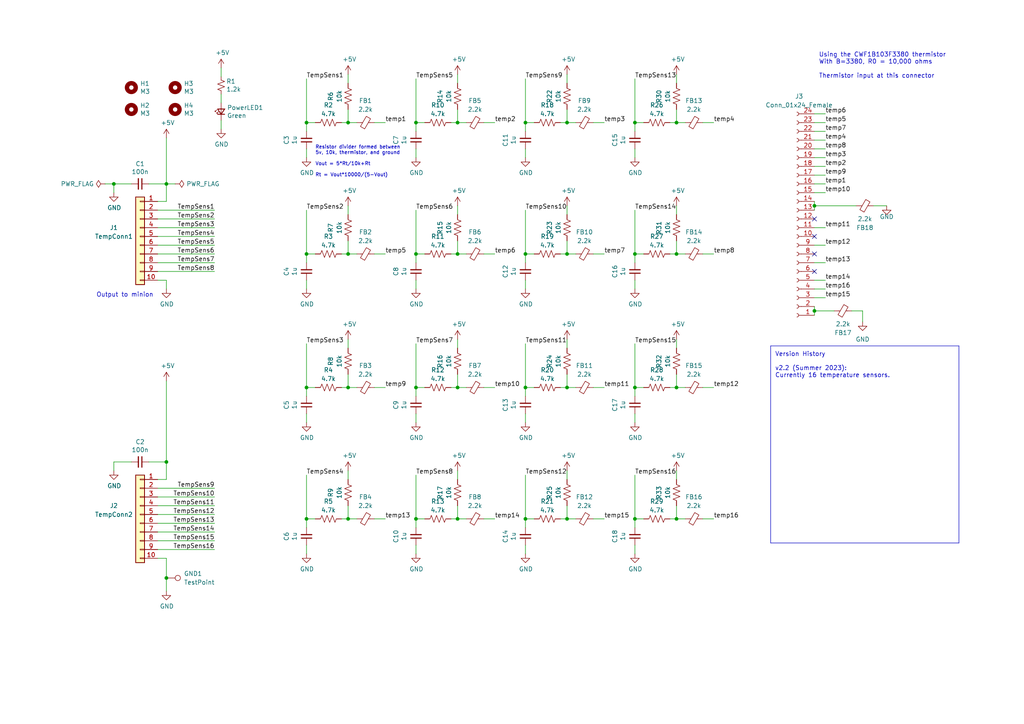
<source format=kicad_sch>
(kicad_sch (version 20230121) (generator eeschema)
  (paper "A4")
  (title_block (title "MinionShield") (date "10/8/22") (rev "2.2"))
  (lib_symbols
    (symbol "Connector:Conn_01x24_Female" (pin_names (offset 1.016) hide)
      (property "Reference" "J" (at 0 30.48 0))
      (property "Value" "Conn_01x24_Female" (at 0 -33.02 0))
      (symbol "Conn_01x24_Female_1_1"
        (pin passive line (at -5.08 27.94 0) (length 3.81) (name "Pin_1") (number "1"))
        (pin passive line (at -5.08 5.08 0) (length 3.81) (name "Pin_10") (number "10"))
        (pin passive line (at -5.08 2.54 0) (length 3.81) (name "Pin_11") (number "11"))
        (pin passive line (at -5.08 0 0) (length 3.81) (name "Pin_12") (number "12"))
        (pin passive line (at -5.08 -2.54 0) (length 3.81) (name "Pin_13") (number "13"))
        (pin passive line (at -5.08 -5.08 0) (length 3.81) (name "Pin_14") (number "14"))
        (pin passive line (at -5.08 -7.62 0) (length 3.81) (name "Pin_15") (number "15"))
        (pin passive line (at -5.08 -10.16 0) (length 3.81) (name "Pin_16") (number "16"))
        (pin passive line (at -5.08 -12.7 0) (length 3.81) (name "Pin_17") (number "17"))
        (pin passive line (at -5.08 -15.24 0) (length 3.81) (name "Pin_18") (number "18"))
        (pin passive line (at -5.08 -17.78 0) (length 3.81) (name "Pin_19") (number "19"))
        (pin passive line (at -5.08 25.4 0) (length 3.81) (name "Pin_2") (number "2"))
        (pin passive line (at -5.08 -20.32 0) (length 3.81) (name "Pin_20") (number "20"))
        (pin passive line (at -5.08 -22.86 0) (length 3.81) (name "Pin_21") (number "21"))
        (pin passive line (at -5.08 -25.4 0) (length 3.81) (name "Pin_22") (number "22"))
        (pin passive line (at -5.08 -27.94 0) (length 3.81) (name "Pin_23") (number "23"))
        (pin passive line (at -5.08 -30.48 0) (length 3.81) (name "Pin_24") (number "24"))
        (pin passive line (at -5.08 22.86 0) (length 3.81) (name "Pin_3") (number "3"))
        (pin passive line (at -5.08 20.32 0) (length 3.81) (name "Pin_4") (number "4"))
        (pin passive line (at -5.08 17.78 0) (length 3.81) (name "Pin_5") (number "5"))
        (pin passive line (at -5.08 15.24 0) (length 3.81) (name "Pin_6") (number "6"))
        (pin passive line (at -5.08 12.7 0) (length 3.81) (name "Pin_7") (number "7"))
        (pin passive line (at -5.08 10.16 0) (length 3.81) (name "Pin_8") (number "8"))
        (pin passive line (at -5.08 7.62 0) (length 3.81) (name "Pin_9") (number "9"))
      )
    )
    (symbol "Connector:TestPoint" (pin_numbers hide) (pin_names (offset 0.762) hide)
      (property "Reference" "TP" (at 0 6.858 0))
      (property "Value" "TestPoint" (at 0 5.08 0))
      (symbol "TestPoint_1_1"
        (pin passive line (at 0 0 90) (length 2.54) (name "1") (number "1"))
      )
    )
    (symbol "Connector_Generic:Conn_01x10" (pin_names (offset 1.016) hide)
      (property "Reference" "J" (at 0 12.7 0))
      (property "Value" "Conn_01x10" (at 0 -15.24 0))
      (symbol "Conn_01x10_1_1"
        (pin passive line (at -5.08 10.16 0) (length 3.81) (name "Pin_1") (number "1"))
        (pin passive line (at -5.08 -12.7 0) (length 3.81) (name "Pin_10") (number "10"))
        (pin passive line (at -5.08 7.62 0) (length 3.81) (name "Pin_2") (number "2"))
        (pin passive line (at -5.08 5.08 0) (length 3.81) (name "Pin_3") (number "3"))
        (pin passive line (at -5.08 2.54 0) (length 3.81) (name "Pin_4") (number "4"))
        (pin passive line (at -5.08 0 0) (length 3.81) (name "Pin_5") (number "5"))
        (pin passive line (at -5.08 -2.54 0) (length 3.81) (name "Pin_6") (number "6"))
        (pin passive line (at -5.08 -5.08 0) (length 3.81) (name "Pin_7") (number "7"))
        (pin passive line (at -5.08 -7.62 0) (length 3.81) (name "Pin_8") (number "8"))
        (pin passive line (at -5.08 -10.16 0) (length 3.81) (name "Pin_9") (number "9"))
      )
    )
    (symbol "Device:C_Small" (pin_numbers hide) (pin_names (offset 0.254) hide)
      (property "Reference" "C" (at 0.254 1.778 0))
      (property "Value" "C_Small" (at 0.254 -2.032 0))
      (symbol "C_Small_1_1"
        (pin passive line (at 0 2.54 270) (length 2.032) (name "~") (number "1"))
        (pin passive line (at 0 -2.54 90) (length 2.032) (name "~") (number "2"))
      )
    )
    (symbol "Device:FerriteBead_Small" (pin_numbers hide) (pin_names (offset 0))
      (property "Reference" "FB" (at 1.905 1.27 0))
      (property "Value" "FerriteBead_Small" (at 1.905 -1.27 0))
      (symbol "FerriteBead_Small_1_1"
        (pin passive line (at 0 2.54 270) (length 1.27) (name "~") (number "1"))
        (pin passive line (at 0 -2.54 90) (length 1.27) (name "~") (number "2"))
      )
    )
    (symbol "Device:LED_Small" (pin_numbers hide) (pin_names (offset 0.254) hide)
      (property "Reference" "D" (at -1.27 3.175 0))
      (property "Value" "LED_Small" (at -4.445 -2.54 0))
      (symbol "LED_Small_1_1"
        (pin passive line (at -2.54 0 0) (length 1.778) (name "K") (number "1"))
        (pin passive line (at 2.54 0 180) (length 1.778) (name "A") (number "2"))
      )
    )
    (symbol "Device:R_Small_US" (pin_numbers hide) (pin_names (offset 0.254) hide)
      (property "Reference" "R" (at 0.762 0.508 0))
      (property "Value" "R_Small_US" (at 0.762 -1.016 0))
      (symbol "R_Small_US_1_1"
        (pin passive line (at 0 2.54 270) (length 1.016) (name "~") (number "1"))
        (pin passive line (at 0 -2.54 90) (length 1.016) (name "~") (number "2"))
      )
    )
    (symbol "Device:R_US" (pin_numbers hide) (pin_names (offset 0))
      (property "Reference" "R" (at 2.54 0 90))
      (property "Value" "R_US" (at -2.54 0 90))
      (symbol "R_US_1_1"
        (pin passive line (at 0 3.81 270) (length 1.27) (name "~") (number "1"))
        (pin passive line (at 0 -3.81 90) (length 1.27) (name "~") (number "2"))
      )
    )
    (symbol "Mechanical:MountingHole" (pin_names (offset 1.016))
      (property "Reference" "H" (at 0 5.08 0))
      (property "Value" "MountingHole" (at 0 3.175 0))
    )
    (symbol "power:+5V" (power) (pin_names (offset 0))
      (property "Value" "+5V" (at 0 3.556 0))
      (symbol "+5V_1_1"
        (pin power_in line (at 0 0 90) (length 0) hide (name "+5V") (number "1"))
      )
    )
    (symbol "power:GND" (power) (pin_names (offset 0))
      (property "Value" "GND" (at 0 -3.81 0))
      (symbol "GND_1_1"
        (pin power_in line (at 0 0 270) (length 0) hide (name "GND") (number "1"))
      )
    )
    (symbol "power:PWR_FLAG" (power) (pin_numbers hide) (pin_names (offset 0) hide)
      (property "Value" "PWR_FLAG" (at 0 3.81 0))
      (symbol "PWR_FLAG_0_0"
        (pin power_out line (at 0 0 90) (length 0) (name "pwr") (number "1"))
      )
    )
  )
  (junction (at 88.9 112.395))
  (junction (at 184.15 73.66))
  (junction (at 164.465 112.395))
  (junction (at 132.715 35.56))
  (junction (at 196.215 150.495))
  (junction (at 48.26 167.64))
  (junction (at 120.65 35.56))
  (junction (at 184.15 35.56))
  (junction (at 48.26 133.985))
  (junction (at 88.9 73.66))
  (junction (at 196.215 73.66))
  (junction (at 48.26 53.34))
  (junction (at 152.4 112.395))
  (junction (at 132.715 150.495))
  (junction (at 184.15 112.395))
  (junction (at 100.965 35.56))
  (junction (at 120.65 150.495))
  (junction (at 100.965 112.395))
  (junction (at 152.4 35.56))
  (junction (at 33.02 53.34))
  (junction (at 152.4 150.495))
  (junction (at 184.15 150.495))
  (junction (at 100.965 150.495))
  (junction (at 132.715 112.395))
  (junction (at 196.215 112.395))
  (junction (at 88.9 150.495))
  (junction (at 164.465 35.56))
  (junction (at 236.22 90.17))
  (junction (at 164.465 73.66))
  (junction (at 100.965 73.66))
  (junction (at 120.65 112.395))
  (junction (at 120.65 73.66))
  (junction (at 196.215 35.56))
  (junction (at 164.465 150.495))
  (junction (at 236.22 59.69))
  (junction (at 132.715 73.66))
  (junction (at 152.4 73.66))
  (junction (at 88.9 35.56))
  (no_connect (at 236.22 63.5))
  (no_connect (at 236.22 68.58))
  (no_connect (at 236.22 73.66))
  (no_connect (at 236.22 78.74))
  (wire (pts (xy 186.69 73.66) (xy 184.15 73.66)))
  (wire (pts (xy 130.81 35.56) (xy 132.715 35.56)))
  (wire (pts (xy 184.15 73.66) (xy 184.15 76.2)))
  (wire (pts (xy 184.15 99.695) (xy 184.15 112.395)))
  (wire (pts (xy 64.135 19.685) (xy 64.135 22.225)))
  (wire (pts (xy 108.585 35.56) (xy 111.76 35.56)))
  (wire (pts (xy 236.22 58.42) (xy 236.22 59.69)))
  (wire (pts (xy 184.15 112.395) (xy 184.15 114.935)))
  (wire (pts (xy 152.4 137.795) (xy 152.4 150.495)))
  (wire (pts (xy 100.965 21.59) (xy 100.965 24.13)))
  (wire (pts (xy 184.15 120.015) (xy 184.15 122.555)))
  (wire (pts (xy 45.72 66.04) (xy 62.23 66.04)))
  (wire (pts (xy 239.395 38.1) (xy 236.22 38.1)))
  (wire (pts (xy 196.215 73.66) (xy 198.755 73.66)))
  (wire (pts (xy 120.65 43.18) (xy 120.65 45.72)))
  (wire (pts (xy 196.215 98.425) (xy 196.215 100.965)))
  (wire (pts (xy 184.15 137.795) (xy 184.15 150.495)))
  (wire (pts (xy 186.69 112.395) (xy 184.15 112.395)))
  (wire (pts (xy 162.56 35.56) (xy 164.465 35.56)))
  (wire (pts (xy 239.395 66.04) (xy 236.22 66.04)))
  (wire (pts (xy 108.585 150.495) (xy 111.76 150.495)))
  (wire (pts (xy 172.085 150.495) (xy 175.26 150.495)))
  (polyline (pts (xy 278.13 157.48) (xy 223.52 157.48)))
  (wire (pts (xy 100.965 69.85) (xy 100.965 73.66)))
  (wire (pts (xy 184.15 158.115) (xy 184.15 160.655)))
  (wire (pts (xy 33.02 133.985) (xy 33.02 136.525)))
  (wire (pts (xy 33.02 53.34) (xy 33.02 55.88)))
  (wire (pts (xy 132.715 150.495) (xy 135.255 150.495)))
  (wire (pts (xy 164.465 21.59) (xy 164.465 24.13)))
  (wire (pts (xy 48.26 167.64) (xy 48.26 171.45)))
  (wire (pts (xy 196.215 136.525) (xy 196.215 139.065)))
  (wire (pts (xy 45.72 156.845) (xy 62.23 156.845)))
  (wire (pts (xy 236.22 90.17) (xy 241.935 90.17)))
  (wire (pts (xy 172.085 73.66) (xy 175.26 73.66)))
  (wire (pts (xy 194.31 112.395) (xy 196.215 112.395)))
  (wire (pts (xy 30.48 53.34) (xy 33.02 53.34)))
  (wire (pts (xy 88.9 158.115) (xy 88.9 160.655)))
  (wire (pts (xy 91.44 35.56) (xy 88.9 35.56)))
  (wire (pts (xy 99.06 112.395) (xy 100.965 112.395)))
  (wire (pts (xy 48.26 133.985) (xy 48.26 139.065)))
  (wire (pts (xy 91.44 112.395) (xy 88.9 112.395)))
  (wire (pts (xy 239.395 55.88) (xy 236.22 55.88)))
  (wire (pts (xy 184.15 22.86) (xy 184.15 35.56)))
  (wire (pts (xy 154.94 150.495) (xy 152.4 150.495)))
  (wire (pts (xy 140.335 73.66) (xy 143.51 73.66)))
  (wire (pts (xy 88.9 43.18) (xy 88.9 45.72)))
  (wire (pts (xy 48.26 53.34) (xy 43.18 53.34)))
  (wire (pts (xy 152.4 73.66) (xy 152.4 76.2)))
  (wire (pts (xy 48.26 83.82) (xy 48.26 81.28)))
  (wire (pts (xy 99.06 150.495) (xy 100.965 150.495)))
  (wire (pts (xy 194.31 35.56) (xy 196.215 35.56)))
  (wire (pts (xy 48.26 167.64) (xy 48.26 161.925)))
  (wire (pts (xy 48.26 161.925) (xy 45.72 161.925)))
  (wire (pts (xy 132.715 21.59) (xy 132.715 24.13)))
  (wire (pts (xy 239.395 40.64) (xy 236.22 40.64)))
  (wire (pts (xy 100.965 108.585) (xy 100.965 112.395)))
  (wire (pts (xy 88.9 73.66) (xy 88.9 76.2)))
  (wire (pts (xy 132.715 98.425) (xy 132.715 100.965)))
  (wire (pts (xy 132.715 31.75) (xy 132.715 35.56)))
  (wire (pts (xy 152.4 158.115) (xy 152.4 160.655)))
  (wire (pts (xy 164.465 69.85) (xy 164.465 73.66)))
  (wire (pts (xy 48.26 133.985) (xy 43.18 133.985)))
  (wire (pts (xy 99.06 73.66) (xy 100.965 73.66)))
  (wire (pts (xy 196.215 112.395) (xy 198.755 112.395)))
  (wire (pts (xy 100.965 73.66) (xy 103.505 73.66)))
  (wire (pts (xy 152.4 22.86) (xy 152.4 35.56)))
  (wire (pts (xy 239.395 33.02) (xy 236.22 33.02)))
  (wire (pts (xy 239.395 71.12) (xy 236.22 71.12)))
  (wire (pts (xy 120.65 73.66) (xy 120.65 76.2)))
  (wire (pts (xy 239.395 86.36) (xy 236.22 86.36)))
  (wire (pts (xy 164.465 112.395) (xy 167.005 112.395)))
  (wire (pts (xy 108.585 112.395) (xy 111.76 112.395)))
  (wire (pts (xy 62.23 141.605) (xy 45.72 141.605)))
  (wire (pts (xy 239.395 50.8) (xy 236.22 50.8)))
  (wire (pts (xy 100.965 146.685) (xy 100.965 150.495)))
  (wire (pts (xy 62.23 60.96) (xy 45.72 60.96)))
  (wire (pts (xy 88.9 137.795) (xy 88.9 150.495)))
  (wire (pts (xy 88.9 60.96) (xy 88.9 73.66)))
  (wire (pts (xy 132.715 59.69) (xy 132.715 62.23)))
  (wire (pts (xy 140.335 35.56) (xy 143.51 35.56)))
  (wire (pts (xy 91.44 73.66) (xy 88.9 73.66)))
  (wire (pts (xy 100.965 31.75) (xy 100.965 35.56)))
  (wire (pts (xy 203.835 112.395) (xy 207.01 112.395)))
  (wire (pts (xy 120.65 60.96) (xy 120.65 73.66)))
  (wire (pts (xy 140.335 150.495) (xy 143.51 150.495)))
  (wire (pts (xy 45.72 76.2) (xy 62.23 76.2)))
  (wire (pts (xy 48.26 110.49) (xy 48.26 133.985)))
  (wire (pts (xy 203.835 35.56) (xy 207.01 35.56)))
  (wire (pts (xy 236.22 59.69) (xy 248.285 59.69)))
  (wire (pts (xy 152.4 150.495) (xy 152.4 153.035)))
  (wire (pts (xy 132.715 73.66) (xy 135.255 73.66)))
  (wire (pts (xy 48.26 81.28) (xy 45.72 81.28)))
  (wire (pts (xy 184.15 60.96) (xy 184.15 73.66)))
  (wire (pts (xy 247.015 90.17) (xy 250.19 90.17)))
  (wire (pts (xy 64.135 37.465) (xy 64.135 34.925)))
  (wire (pts (xy 196.215 150.495) (xy 198.755 150.495)))
  (wire (pts (xy 164.465 146.685) (xy 164.465 150.495)))
  (wire (pts (xy 120.65 35.56) (xy 120.65 38.1)))
  (wire (pts (xy 196.215 21.59) (xy 196.215 24.13)))
  (wire (pts (xy 162.56 150.495) (xy 164.465 150.495)))
  (wire (pts (xy 120.65 99.695) (xy 120.65 112.395)))
  (wire (pts (xy 48.26 58.42) (xy 45.72 58.42)))
  (polyline (pts (xy 223.52 100.33) (xy 278.13 100.33)))
  (wire (pts (xy 164.465 73.66) (xy 167.005 73.66)))
  (wire (pts (xy 152.4 35.56) (xy 152.4 38.1)))
  (wire (pts (xy 164.465 98.425) (xy 164.465 100.965)))
  (wire (pts (xy 64.135 29.845) (xy 64.135 27.305)))
  (wire (pts (xy 132.715 136.525) (xy 132.715 139.065)))
  (wire (pts (xy 132.715 112.395) (xy 135.255 112.395)))
  (wire (pts (xy 164.465 59.69) (xy 164.465 62.23)))
  (wire (pts (xy 196.215 146.685) (xy 196.215 150.495)))
  (wire (pts (xy 152.4 112.395) (xy 152.4 114.935)))
  (wire (pts (xy 196.215 59.69) (xy 196.215 62.23)))
  (wire (pts (xy 38.1 133.985) (xy 33.02 133.985)))
  (wire (pts (xy 164.465 35.56) (xy 167.005 35.56)))
  (wire (pts (xy 236.22 90.17) (xy 236.22 91.44)))
  (wire (pts (xy 184.15 43.18) (xy 184.15 45.72)))
  (wire (pts (xy 120.65 158.115) (xy 120.65 160.655)))
  (wire (pts (xy 45.72 159.385) (xy 62.23 159.385)))
  (wire (pts (xy 154.94 35.56) (xy 152.4 35.56)))
  (wire (pts (xy 184.15 150.495) (xy 184.15 153.035)))
  (wire (pts (xy 48.26 40.005) (xy 48.26 53.34)))
  (wire (pts (xy 123.19 73.66) (xy 120.65 73.66)))
  (wire (pts (xy 88.9 99.695) (xy 88.9 112.395)))
  (wire (pts (xy 45.72 68.58) (xy 62.23 68.58)))
  (wire (pts (xy 172.085 35.56) (xy 175.26 35.56)))
  (wire (pts (xy 100.965 35.56) (xy 103.505 35.56)))
  (wire (pts (xy 239.395 83.82) (xy 236.22 83.82)))
  (wire (pts (xy 162.56 73.66) (xy 164.465 73.66)))
  (wire (pts (xy 48.26 53.34) (xy 48.26 58.42)))
  (wire (pts (xy 100.965 59.69) (xy 100.965 62.23)))
  (wire (pts (xy 120.65 22.86) (xy 120.65 35.56)))
  (wire (pts (xy 239.395 35.56) (xy 236.22 35.56)))
  (wire (pts (xy 132.715 146.685) (xy 132.715 150.495)))
  (wire (pts (xy 140.335 112.395) (xy 143.51 112.395)))
  (wire (pts (xy 172.085 112.395) (xy 175.26 112.395)))
  (wire (pts (xy 132.715 69.85) (xy 132.715 73.66)))
  (wire (pts (xy 194.31 150.495) (xy 196.215 150.495)))
  (wire (pts (xy 253.365 59.69) (xy 257.175 59.69)))
  (wire (pts (xy 45.72 146.685) (xy 62.23 146.685)))
  (wire (pts (xy 152.4 120.015) (xy 152.4 122.555)))
  (wire (pts (xy 123.19 112.395) (xy 120.65 112.395)))
  (wire (pts (xy 123.19 35.56) (xy 120.65 35.56)))
  (wire (pts (xy 45.72 63.5) (xy 62.23 63.5)))
  (wire (pts (xy 196.215 69.85) (xy 196.215 73.66)))
  (wire (pts (xy 250.19 90.17) (xy 250.19 93.345)))
  (wire (pts (xy 120.65 137.795) (xy 120.65 150.495)))
  (wire (pts (xy 100.965 98.425) (xy 100.965 100.965)))
  (wire (pts (xy 130.81 150.495) (xy 132.715 150.495)))
  (wire (pts (xy 152.4 60.96) (xy 152.4 73.66)))
  (wire (pts (xy 239.395 45.72) (xy 236.22 45.72)))
  (wire (pts (xy 45.72 154.305) (xy 62.23 154.305)))
  (wire (pts (xy 45.72 73.66) (xy 62.23 73.66)))
  (wire (pts (xy 239.395 53.34) (xy 236.22 53.34)))
  (wire (pts (xy 132.715 108.585) (xy 132.715 112.395)))
  (wire (pts (xy 194.31 73.66) (xy 196.215 73.66)))
  (wire (pts (xy 91.44 150.495) (xy 88.9 150.495)))
  (wire (pts (xy 239.395 43.18) (xy 236.22 43.18)))
  (wire (pts (xy 120.65 112.395) (xy 120.65 114.935)))
  (wire (pts (xy 239.395 81.28) (xy 236.22 81.28)))
  (wire (pts (xy 186.69 35.56) (xy 184.15 35.56)))
  (wire (pts (xy 88.9 81.28) (xy 88.9 83.82)))
  (wire (pts (xy 120.65 120.015) (xy 120.65 122.555)))
  (wire (pts (xy 203.835 150.495) (xy 207.01 150.495)))
  (wire (pts (xy 100.965 150.495) (xy 103.505 150.495)))
  (wire (pts (xy 45.72 144.145) (xy 62.23 144.145)))
  (wire (pts (xy 45.72 71.12) (xy 62.23 71.12)))
  (wire (pts (xy 88.9 112.395) (xy 88.9 114.935)))
  (wire (pts (xy 236.22 88.9) (xy 236.22 90.17)))
  (polyline (pts (xy 223.52 100.33) (xy 223.52 157.48)))
  (wire (pts (xy 88.9 35.56) (xy 88.9 38.1)))
  (wire (pts (xy 38.1 53.34) (xy 33.02 53.34)))
  (wire (pts (xy 154.94 73.66) (xy 152.4 73.66)))
  (wire (pts (xy 164.465 31.75) (xy 164.465 35.56)))
  (wire (pts (xy 88.9 150.495) (xy 88.9 153.035)))
  (wire (pts (xy 108.585 73.66) (xy 111.76 73.66)))
  (wire (pts (xy 162.56 112.395) (xy 164.465 112.395)))
  (wire (pts (xy 88.9 120.015) (xy 88.9 122.555)))
  (wire (pts (xy 186.69 150.495) (xy 184.15 150.495)))
  (wire (pts (xy 130.81 73.66) (xy 132.715 73.66)))
  (wire (pts (xy 196.215 108.585) (xy 196.215 112.395)))
  (wire (pts (xy 152.4 43.18) (xy 152.4 45.72)))
  (wire (pts (xy 196.215 35.56) (xy 198.755 35.56)))
  (wire (pts (xy 239.395 48.26) (xy 236.22 48.26)))
  (wire (pts (xy 239.395 76.2) (xy 236.22 76.2)))
  (wire (pts (xy 236.22 59.69) (xy 236.22 60.96)))
  (wire (pts (xy 130.81 112.395) (xy 132.715 112.395)))
  (wire (pts (xy 184.15 35.56) (xy 184.15 38.1)))
  (polyline (pts (xy 278.13 100.33) (xy 278.13 157.48)))
  (wire (pts (xy 164.465 108.585) (xy 164.465 112.395)))
  (wire (pts (xy 88.9 22.86) (xy 88.9 35.56)))
  (wire (pts (xy 48.26 139.065) (xy 45.72 139.065)))
  (wire (pts (xy 45.72 149.225) (xy 62.23 149.225)))
  (wire (pts (xy 164.465 150.495) (xy 167.005 150.495)))
  (wire (pts (xy 123.19 150.495) (xy 120.65 150.495)))
  (wire (pts (xy 164.465 136.525) (xy 164.465 139.065)))
  (wire (pts (xy 100.965 112.395) (xy 103.505 112.395)))
  (wire (pts (xy 152.4 81.28) (xy 152.4 83.82)))
  (wire (pts (xy 99.06 35.56) (xy 100.965 35.56)))
  (wire (pts (xy 196.215 31.75) (xy 196.215 35.56)))
  (wire (pts (xy 100.965 136.525) (xy 100.965 139.065)))
  (wire (pts (xy 120.65 81.28) (xy 120.65 83.82)))
  (wire (pts (xy 45.72 151.765) (xy 62.23 151.765)))
  (wire (pts (xy 184.15 81.28) (xy 184.15 83.82)))
  (wire (pts (xy 203.835 73.66) (xy 207.01 73.66)))
  (wire (pts (xy 50.8 53.34) (xy 48.26 53.34)))
  (wire (pts (xy 154.94 112.395) (xy 152.4 112.395)))
  (wire (pts (xy 45.72 78.74) (xy 62.23 78.74)))
  (wire (pts (xy 132.715 35.56) (xy 135.255 35.56)))
  (wire (pts (xy 120.65 150.495) (xy 120.65 153.035)))
  (wire (pts (xy 152.4 99.695) (xy 152.4 112.395)))
  (text "Version History\n\nv2.2 (Summer 2023):\nCurrently 16 temperature sensors.\n\n" (at 224.79 111.76 0) (effects (font (size 1.27 1.27)) (justify left bottom)))
  (text "Using the CWF1B103F3380 thermistor\nWith B=3380, R0 = 10,000 ohms\n\nThermistor input at this connector" (at 237.49 22.86 0) (effects (font (size 1.27 1.27)) (justify left bottom)))
  (text "Output to minion" (at 27.94 86.36 0) (effects (font (size 1.27 1.27)) (justify left bottom)))
  (text "Resistor divider formed between \n5v, 10k, thermistor, and ground\n\nVout = 5*Rt/10k+Rt\n\nRt = Vout*10000/(5-Vout)" (at 91.44 51.435 0) (effects (font (size 1 1)) (justify left bottom)))
  (label "temp16" (at 207.01 150.495 0))
  (label "TempSens15" (at 62.23 156.845 180))
  (label "TempSens2" (at 88.9 60.96 0))
  (label "TempSens3" (at 62.23 66.04 180))
  (label "TempSens7" (at 120.65 99.695 0))
  (label "temp2" (at 239.395 48.26 0))
  (label "temp5" (at 111.76 73.66 0))
  (label "temp9" (at 111.76 112.395 0))
  (label "TempSens13" (at 184.15 22.86 0))
  (label "temp12" (at 239.395 71.12 0))
  (label "TempSens8" (at 62.23 78.74 180))
  (label "TempSens12" (at 152.4 137.795 0))
  (label "TempSens13" (at 62.23 151.765 180))
  (label "temp5" (at 239.395 35.56 0))
  (label "temp15" (at 239.395 86.36 0))
  (label "temp15" (at 175.26 150.495 0))
  (label "TempSens1" (at 62.23 60.96 180))
  (label "temp8" (at 239.395 43.18 0))
  (label "TempSens9" (at 152.4 22.86 0))
  (label "TempSens11" (at 62.23 146.685 180))
  (label "TempSens4" (at 88.9 137.795 0))
  (label "TempSens16" (at 62.23 159.385 180))
  (label "TempSens9" (at 62.23 141.605 180))
  (label "TempSens8" (at 120.65 137.795 0))
  (label "temp3" (at 239.395 45.72 0))
  (label "temp11" (at 175.26 112.395 0))
  (label "temp10" (at 143.51 112.395 0))
  (label "TempSens14" (at 62.23 154.305 180))
  (label "TempSens12" (at 62.23 149.225 180))
  (label "TempSens10" (at 152.4 60.96 0))
  (label "temp1" (at 239.395 53.34 0))
  (label "TempSens10" (at 62.23 144.145 180))
  (label "temp2" (at 143.51 35.56 0))
  (label "temp7" (at 175.26 73.66 0))
  (label "temp12" (at 207.01 112.395 0))
  (label "temp6" (at 239.395 33.02 0))
  (label "TempSens5" (at 120.65 22.86 0))
  (label "temp13" (at 239.395 76.2 0))
  (label "temp16" (at 239.395 83.82 0))
  (label "TempSens11" (at 152.4 99.695 0))
  (label "TempSens15" (at 184.15 99.695 0))
  (label "temp13" (at 111.76 150.495 0))
  (label "temp4" (at 207.01 35.56 0))
  (label "TempSens1" (at 88.9 22.86 0))
  (label "TempSens14" (at 184.15 60.96 0))
  (label "temp6" (at 143.51 73.66 0))
  (label "TempSens4" (at 62.23 68.58 180))
  (label "TempSens3" (at 88.9 99.695 0))
  (label "temp11" (at 239.395 66.04 0))
  (label "temp1" (at 111.76 35.56 0))
  (label "temp3" (at 175.26 35.56 0))
  (label "TempSens16" (at 184.15 137.795 0))
  (label "temp14" (at 239.395 81.28 0))
  (label "TempSens2" (at 62.23 63.5 180))
  (label "temp9" (at 239.395 50.8 0))
  (label "TempSens7" (at 62.23 76.2 180))
  (label "TempSens6" (at 62.23 73.66 180))
  (label "TempSens6" (at 120.65 60.96 0))
  (label "temp14" (at 143.51 150.495 0))
  (label "TempSens5" (at 62.23 71.12 180))
  (label "temp8" (at 207.01 73.66 0))
  (label "temp7" (at 239.395 38.1 0))
  (label "temp10" (at 239.395 55.88 0))
  (label "temp4" (at 239.395 40.64 0))
  (symbol (lib_id "Connector_Generic:Conn_01x10") (at 40.64 149.225 0) (mirror y) (unit 1)
    (property "Reference" "J2" (at 33.02 146.685 0))
    (property "Value" "TempConn2" (at 33.02 149.225 0))
    (property "Footprint" "Connector_PinHeader_2.54mm:PinHeader_1x10_P2.54mm_Vertical" (effects hide))
  )
  (symbol (lib_id "power:+5V") (at 48.26 110.49 0) (unit 1)
    (property "Reference" "#PWR05" (effects hide))
    (property "Value" "+5V" (at 48.641 106.0958 0))
  )
  (symbol (lib_id "power:GND") (at 33.02 136.525 0) (unit 1)
    (property "Reference" "#PWR02" (effects hide))
    (property "Value" "GND" (at 33.147 140.9192 0))
  )
  (symbol (lib_id "Connector_Generic:Conn_01x10") (at 40.64 68.58 0) (mirror y) (unit 1)
    (property "Reference" "J1" (at 33.02 66.04 0))
    (property "Value" "TempConn1" (at 33.02 68.58 0))
    (property "Footprint" "Connector_PinHeader_2.54mm:PinHeader_1x10_P2.54mm_Vertical" (effects hide))
  )
  (symbol (lib_id "Device:C_Small") (at 40.64 53.34 270) (unit 1)
    (property "Reference" "C1" (at 40.64 47.5234 90))
    (property "Value" "100n" (at 40.64 49.8348 90))
    (property "Footprint" "Capacitor_SMD:C_0805_2012Metric" (effects hide))
    (property "Datasheet" "https://www.mouser.com/ProductDetail/KEMET/C0805C104K5RAC?qs=r%2FVmNO8Tjq4%2F8ymSnGP6Jw%3D%3D" (effects hide))
  )
  (symbol (lib_id "power:GND") (at 33.02 55.88 0) (unit 1)
    (property "Reference" "#PWR01" (effects hide))
    (property "Value" "GND" (at 33.147 60.2742 0))
  )
  (symbol (lib_id "power:GND") (at 48.26 83.82 0) (unit 1)
    (property "Reference" "#PWR04" (effects hide))
    (property "Value" "GND" (at 48.387 88.2142 0))
  )
  (symbol (lib_id "power:+5V") (at 48.26 40.005 0) (unit 1)
    (property "Reference" "#PWR03" (effects hide))
    (property "Value" "+5V" (at 48.641 35.6108 0))
  )
  (symbol (lib_id "power:PWR_FLAG") (at 50.8 53.34 270) (unit 1)
    (property "Reference" "#FLG02" (effects hide))
    (property "Value" "PWR_FLAG" (at 54.0512 53.34 90) (effects (justify left)))
  )
  (symbol (lib_id "power:PWR_FLAG") (at 30.48 53.34 90) (unit 1)
    (property "Reference" "#FLG01" (effects hide))
    (property "Value" "PWR_FLAG" (at 27.2542 53.34 90) (effects (justify left)))
  )
  (symbol (lib_id "Mechanical:MountingHole") (at 38.1 25.4 0) (unit 1)
    (property "Reference" "H1" (at 40.64 24.2316 0) (effects (justify left)))
    (property "Value" "M3" (at 40.64 26.543 0) (effects (justify left)))
    (property "Footprint" "MountingHole:MountingHole_3mm" (effects hide))
  )
  (symbol (lib_id "Mechanical:MountingHole") (at 50.8 25.4 0) (unit 1)
    (property "Reference" "H3" (at 53.34 24.2316 0) (effects (justify left)))
    (property "Value" "M3" (at 53.34 26.543 0) (effects (justify left)))
    (property "Footprint" "MountingHole:MountingHole_3mm" (effects hide))
  )
  (symbol (lib_id "Mechanical:MountingHole") (at 38.1 31.75 0) (unit 1)
    (property "Reference" "H2" (at 40.64 30.5816 0) (effects (justify left)))
    (property "Value" "M3" (at 40.64 32.893 0) (effects (justify left)))
    (property "Footprint" "MountingHole:MountingHole_3mm" (effects hide))
  )
  (symbol (lib_id "Mechanical:MountingHole") (at 50.8 31.75 0) (unit 1)
    (property "Reference" "H4" (at 53.34 30.5816 0) (effects (justify left)))
    (property "Value" "M3" (at 53.34 32.893 0) (effects (justify left)))
    (property "Footprint" "MountingHole:MountingHole_3mm" (effects hide))
  )
  (symbol (lib_id "Device:R_Small_US") (at 64.135 24.765 0) (unit 1)
    (property "Reference" "R1" (at 65.6336 23.5966 0) (effects (justify left)))
    (property "Value" "1.2k" (at 65.6336 25.908 0) (effects (justify left)))
    (property "Footprint" "Resistor_SMD:R_0805_2012Metric" (effects hide))
  )
  (symbol (lib_id "Device:LED_Small") (at 64.135 32.385 90) (unit 1)
    (property "Reference" "PowerLED1" (at 65.8622 31.2166 90) (effects (justify right)))
    (property "Value" "Green" (at 65.8622 33.528 90) (effects (justify right)))
    (property "Footprint" "LED_SMD:LED_0805_2012Metric" (effects hide))
  )
  (symbol (lib_id "power:GND") (at 64.135 37.465 0) (unit 1)
    (property "Reference" "#PWR08" (effects hide))
    (property "Value" "GND" (at 64.262 41.8592 0))
  )
  (symbol (lib_id "power:+5V") (at 64.135 19.685 0) (unit 1)
    (property "Reference" "#PWR07" (effects hide))
    (property "Value" "+5V" (at 64.516 15.2908 0))
  )
  (symbol (lib_id "power:GND") (at 88.9 45.72 0) (unit 1)
    (property "Reference" "#PWR09" (effects hide))
    (property "Value" "GND" (at 89.027 50.1142 0))
  )
  (symbol (lib_id "power:+5V") (at 100.965 21.59 0) (unit 1)
    (property "Reference" "#PWR013" (effects hide))
    (property "Value" "+5V" (at 101.346 17.1958 0))
  )
  (symbol (lib_id "Device:R_US") (at 132.715 104.775 180) (unit 1)
    (property "Reference" "R16" (at 127.635 104.775 90))
    (property "Value" "10k" (at 130.175 104.775 90))
    (property "Footprint" "Resistor_SMD:R_0603_1608Metric" (effects hide))
  )
  (symbol (lib_id "Device:FerriteBead_Small") (at 169.545 73.66 90) (unit 1)
    (property "Reference" "FB10" (at 169.5069 67.31 90))
    (property "Value" "2.2k" (at 169.5069 69.85 90))
    (property "Footprint" "Inductor_SMD:L_0805_2012Metric" (effects hide))
    (property "Datasheet" "https://www.digikey.com/en/products/detail/laird-signal-integrity-products/HZ0805B222R-10/1236418" (effects hide))
  )
  (symbol (lib_id "Device:R_US") (at 164.465 104.775 180) (unit 1)
    (property "Reference" "R24" (at 159.385 104.775 90))
    (property "Value" "10k" (at 161.925 104.775 90))
    (property "Footprint" "Resistor_SMD:R_0603_1608Metric" (effects hide))
  )
  (symbol (lib_id "Device:FerriteBead_Small") (at 244.475 90.17 270) (unit 1)
    (property "Reference" "FB17" (at 244.5131 96.52 90))
    (property "Value" "2.2k" (at 244.5131 93.98 90))
    (property "Footprint" "Inductor_SMD:L_0805_2012Metric" (effects hide))
    (property "Datasheet" "https://www.digikey.com/en/products/detail/laird-signal-integrity-products/HZ0805B222R-10/1236418" (effects hide))
  )
  (symbol (lib_id "Device:C_Small") (at 88.9 40.64 180) (unit 1)
    (property "Reference" "C3" (at 83.0834 40.64 90))
    (property "Value" "1u" (at 85.3948 40.64 90))
    (property "Footprint" "Capacitor_SMD:C_0805_2012Metric" (effects hide))
    (property "Datasheet" "https://www.mouser.com/ProductDetail/KEMET/C0805C105Z4VAC?qs=sGAEpiMZZMsh%252B1woXyUXj53JFndUemCNdo3uFuGOdnU%3D" (effects hide))
  )
  (symbol (lib_id "power:GND") (at 88.9 122.555 0) (unit 1)
    (property "Reference" "#PWR011" (effects hide))
    (property "Value" "GND" (at 89.027 126.9492 0))
  )
  (symbol (lib_id "power:+5V") (at 164.465 98.425 0) (unit 1)
    (property "Reference" "#PWR031" (effects hide))
    (property "Value" "+5V" (at 164.846 94.0308 0))
  )
  (symbol (lib_id "power:GND") (at 250.19 93.345 0) (mirror y) (unit 1)
    (property "Reference" "#PWR041" (effects hide))
    (property "Value" "GND" (at 250.19 98.425 0))
  )
  (symbol (lib_id "Device:R_US") (at 164.465 142.875 180) (unit 1)
    (property "Reference" "R25" (at 159.385 142.875 90))
    (property "Value" "10k" (at 161.925 142.875 90))
    (property "Footprint" "Resistor_SMD:R_0603_1608Metric" (effects hide))
  )
  (symbol (lib_id "Device:R_US") (at 100.965 142.875 180) (unit 1)
    (property "Reference" "R9" (at 95.885 142.875 90))
    (property "Value" "10k" (at 98.425 142.875 90))
    (property "Footprint" "Resistor_SMD:R_0603_1608Metric" (effects hide))
  )
  (symbol (lib_id "Device:FerriteBead_Small") (at 106.045 73.66 90) (unit 1)
    (property "Reference" "FB2" (at 106.0069 67.31 90))
    (property "Value" "2.2k" (at 106.0069 69.85 90))
    (property "Footprint" "Inductor_SMD:L_0805_2012Metric" (effects hide))
    (property "Datasheet" "https://www.digikey.com/en/products/detail/laird-signal-integrity-products/HZ0805B222R-10/1236418" (effects hide))
  )
  (symbol (lib_id "power:+5V") (at 132.715 21.59 0) (unit 1)
    (property "Reference" "#PWR021" (effects hide))
    (property "Value" "+5V" (at 133.096 17.1958 0))
  )
  (symbol (lib_id "Device:FerriteBead_Small") (at 250.825 59.69 270) (unit 1)
    (property "Reference" "FB18" (at 250.8631 66.04 90))
    (property "Value" "2.2k" (at 250.8631 63.5 90))
    (property "Footprint" "Inductor_SMD:L_0805_2012Metric" (effects hide))
    (property "Datasheet" "https://www.digikey.com/en/products/detail/laird-signal-integrity-products/HZ0805B222R-10/1236418" (effects hide))
  )
  (symbol (lib_id "Device:C_Small") (at 184.15 40.64 180) (unit 1)
    (property "Reference" "C15" (at 178.3334 40.64 90))
    (property "Value" "1u" (at 180.6448 40.64 90))
    (property "Footprint" "Capacitor_SMD:C_0805_2012Metric" (effects hide))
    (property "Datasheet" "https://www.mouser.com/ProductDetail/KEMET/C0805C105Z4VAC?qs=sGAEpiMZZMsh%252B1woXyUXj53JFndUemCNdo3uFuGOdnU%3D" (effects hide))
  )
  (symbol (lib_id "Device:C_Small") (at 184.15 78.74 180) (unit 1)
    (property "Reference" "C16" (at 178.3334 78.74 90))
    (property "Value" "1u" (at 180.6448 78.74 90))
    (property "Footprint" "Capacitor_SMD:C_0805_2012Metric" (effects hide))
    (property "Datasheet" "https://www.mouser.com/ProductDetail/KEMET/C0805C105Z4VAC?qs=sGAEpiMZZMsh%252B1woXyUXj53JFndUemCNdo3uFuGOdnU%3D" (effects hide))
  )
  (symbol (lib_id "Device:R_US") (at 196.215 66.04 180) (unit 1)
    (property "Reference" "R31" (at 191.135 66.04 90))
    (property "Value" "10k" (at 193.675 66.04 90))
    (property "Footprint" "Resistor_SMD:R_0603_1608Metric" (effects hide))
  )
  (symbol (lib_id "Device:R_US") (at 196.215 142.875 180) (unit 1)
    (property "Reference" "R33" (at 191.135 142.875 90))
    (property "Value" "10k" (at 193.675 142.875 90))
    (property "Footprint" "Resistor_SMD:R_0603_1608Metric" (effects hide))
  )
  (symbol (lib_id "power:+5V") (at 100.965 136.525 0) (unit 1)
    (property "Reference" "#PWR016" (effects hide))
    (property "Value" "+5V" (at 101.346 132.1308 0))
  )
  (symbol (lib_id "Device:FerriteBead_Small") (at 201.295 73.66 90) (unit 1)
    (property "Reference" "FB14" (at 201.2569 67.31 90))
    (property "Value" "2.2k" (at 201.2569 69.85 90))
    (property "Footprint" "Inductor_SMD:L_0805_2012Metric" (effects hide))
    (property "Datasheet" "https://www.digikey.com/en/products/detail/laird-signal-integrity-products/HZ0805B222R-10/1236418" (effects hide))
  )
  (symbol (lib_id "Device:C_Small") (at 88.9 78.74 180) (unit 1)
    (property "Reference" "C4" (at 83.0834 78.74 90))
    (property "Value" "1u" (at 85.3948 78.74 90))
    (property "Footprint" "Capacitor_SMD:C_0805_2012Metric" (effects hide))
    (property "Datasheet" "https://www.mouser.com/ProductDetail/KEMET/C0805C105Z4VAC?qs=sGAEpiMZZMsh%252B1woXyUXj53JFndUemCNdo3uFuGOdnU%3D" (effects hide))
  )
  (symbol (lib_id "Device:FerriteBead_Small") (at 137.795 35.56 90) (unit 1)
    (property "Reference" "FB5" (at 137.7569 29.21 90))
    (property "Value" "2.2k" (at 137.7569 31.75 90))
    (property "Footprint" "Inductor_SMD:L_0805_2012Metric" (effects hide))
    (property "Datasheet" "https://www.digikey.com/en/products/detail/laird-signal-integrity-products/HZ0805B222R-10/1236418" (effects hide))
  )
  (symbol (lib_id "Device:R_US") (at 132.715 142.875 180) (unit 1)
    (property "Reference" "R17" (at 127.635 142.875 90))
    (property "Value" "10k" (at 130.175 142.875 90))
    (property "Footprint" "Resistor_SMD:R_0603_1608Metric" (effects hide))
  )
  (symbol (lib_id "power:+5V") (at 100.965 59.69 0) (unit 1)
    (property "Reference" "#PWR014" (effects hide))
    (property "Value" "+5V" (at 101.346 55.2958 0))
  )
  (symbol (lib_id "power:GND") (at 184.15 122.555 0) (unit 1)
    (property "Reference" "#PWR035" (effects hide))
    (property "Value" "GND" (at 184.277 126.9492 0))
  )
  (symbol (lib_id "Device:R_US") (at 127 73.66 90) (unit 1)
    (property "Reference" "R11" (at 127 68.58 90))
    (property "Value" "4.7k" (at 127 71.12 90))
    (property "Footprint" "Capacitor_SMD:C_0603_1608Metric" (effects hide))
  )
  (symbol (lib_id "Device:C_Small") (at 152.4 155.575 180) (unit 1)
    (property "Reference" "C14" (at 146.5834 155.575 90))
    (property "Value" "1u" (at 148.8948 155.575 90))
    (property "Footprint" "Capacitor_SMD:C_0805_2012Metric" (effects hide))
    (property "Datasheet" "https://www.mouser.com/ProductDetail/KEMET/C0805C105Z4VAC?qs=sGAEpiMZZMsh%252B1woXyUXj53JFndUemCNdo3uFuGOdnU%3D" (effects hide))
  )
  (symbol (lib_id "power:+5V") (at 196.215 136.525 0) (unit 1)
    (property "Reference" "#PWR040" (effects hide))
    (property "Value" "+5V" (at 196.596 132.1308 0))
  )
  (symbol (lib_id "Connector:Conn_01x24_Female") (at 231.14 63.5 180) (unit 1)
    (property "Reference" "J3" (at 231.775 27.94 0))
    (property "Value" "Conn_01x24_Female" (at 231.775 30.48 0))
    (property "Footprint" "UTSVT_Connectors:PADP-24V-1-S" (effects hide))
    (property "Datasheet" "https://www.digikey.com/en/products/detail/jst-sales-america-inc/PADP-24V-1-S/1300227" (effects hide))
  )
  (symbol (lib_id "Device:R_US") (at 190.5 112.395 90) (unit 1)
    (property "Reference" "R28" (at 190.5 107.315 90))
    (property "Value" "4.7k" (at 190.5 109.855 90))
    (property "Footprint" "Capacitor_SMD:C_0603_1608Metric" (effects hide))
  )
  (symbol (lib_id "Device:FerriteBead_Small") (at 106.045 35.56 90) (unit 1)
    (property "Reference" "FB1" (at 106.0069 29.21 90))
    (property "Value" "2.2k" (at 106.0069 31.75 90))
    (property "Footprint" "Inductor_SMD:L_0805_2012Metric" (effects hide))
    (property "Datasheet" "https://www.digikey.com/en/products/detail/laird-signal-integrity-products/HZ0805B222R-10/1236418" (effects hide))
  )
  (symbol (lib_id "power:GND") (at 120.65 122.555 0) (unit 1)
    (property "Reference" "#PWR019" (effects hide))
    (property "Value" "GND" (at 120.777 126.9492 0))
  )
  (symbol (lib_id "Device:R_US") (at 158.75 112.395 90) (unit 1)
    (property "Reference" "R20" (at 158.75 107.315 90))
    (property "Value" "4.7k" (at 158.75 109.855 90))
    (property "Footprint" "Capacitor_SMD:C_0603_1608Metric" (effects hide))
  )
  (symbol (lib_id "power:+5V") (at 132.715 98.425 0) (unit 1)
    (property "Reference" "#PWR023" (effects hide))
    (property "Value" "+5V" (at 133.096 94.0308 0))
  )
  (symbol (lib_id "Device:R_US") (at 196.215 104.775 180) (unit 1)
    (property "Reference" "R32" (at 191.135 104.775 90))
    (property "Value" "10k" (at 193.675 104.775 90))
    (property "Footprint" "Resistor_SMD:R_0603_1608Metric" (effects hide))
  )
  (symbol (lib_id "Device:C_Small") (at 184.15 117.475 180) (unit 1)
    (property "Reference" "C17" (at 178.3334 117.475 90))
    (property "Value" "1u" (at 180.6448 117.475 90))
    (property "Footprint" "Capacitor_SMD:C_0805_2012Metric" (effects hide))
    (property "Datasheet" "https://www.mouser.com/ProductDetail/KEMET/C0805C105Z4VAC?qs=sGAEpiMZZMsh%252B1woXyUXj53JFndUemCNdo3uFuGOdnU%3D" (effects hide))
  )
  (symbol (lib_id "Device:R_US") (at 164.465 66.04 180) (unit 1)
    (property "Reference" "R23" (at 159.385 66.04 90))
    (property "Value" "10k" (at 161.925 66.04 90))
    (property "Footprint" "Resistor_SMD:R_0603_1608Metric" (effects hide))
  )
  (symbol (lib_id "Device:FerriteBead_Small") (at 169.545 35.56 90) (unit 1)
    (property "Reference" "FB9" (at 169.5069 29.21 90))
    (property "Value" "2.2k" (at 169.5069 31.75 90))
    (property "Footprint" "Inductor_SMD:L_0805_2012Metric" (effects hide))
    (property "Datasheet" "https://www.digikey.com/en/products/detail/laird-signal-integrity-products/HZ0805B222R-10/1236418" (effects hide))
  )
  (symbol (lib_id "Device:R_US") (at 196.215 27.94 180) (unit 1)
    (property "Reference" "R30" (at 191.135 27.94 90))
    (property "Value" "10k" (at 193.675 27.94 90))
    (property "Footprint" "Resistor_SMD:R_0603_1608Metric" (effects hide))
  )
  (symbol (lib_id "Device:R_US") (at 158.75 150.495 90) (unit 1)
    (property "Reference" "R21" (at 158.75 145.415 90))
    (property "Value" "4.7k" (at 158.75 147.955 90))
    (property "Footprint" "Capacitor_SMD:C_0603_1608Metric" (effects hide))
  )
  (symbol (lib_id "Device:R_US") (at 158.75 35.56 90) (unit 1)
    (property "Reference" "R18" (at 158.75 30.48 90))
    (property "Value" "4.7k" (at 158.75 33.02 90))
    (property "Footprint" "Capacitor_SMD:C_0603_1608Metric" (effects hide))
  )
  (symbol (lib_id "Device:C_Small") (at 40.64 133.985 270) (unit 1)
    (property "Reference" "C2" (at 40.64 128.1684 90))
    (property "Value" "100n" (at 40.64 130.4798 90))
    (property "Footprint" "Capacitor_SMD:C_0805_2012Metric" (effects hide))
    (property "Datasheet" "https://www.mouser.com/ProductDetail/KEMET/C0805C104K5RAC?qs=r%2FVmNO8Tjq4%2F8ymSnGP6Jw%3D%3D" (effects hide))
  )
  (symbol (lib_id "power:GND") (at 152.4 45.72 0) (unit 1)
    (property "Reference" "#PWR025" (effects hide))
    (property "Value" "GND" (at 152.527 50.1142 0))
  )
  (symbol (lib_id "power:GND") (at 152.4 83.82 0) (unit 1)
    (property "Reference" "#PWR026" (effects hide))
    (property "Value" "GND" (at 152.527 88.2142 0))
  )
  (symbol (lib_id "Device:R_US") (at 164.465 27.94 180) (unit 1)
    (property "Reference" "R22" (at 159.385 27.94 90))
    (property "Value" "10k" (at 161.925 27.94 90))
    (property "Footprint" "Resistor_SMD:R_0603_1608Metric" (effects hide))
  )
  (symbol (lib_id "power:GND") (at 48.26 171.45 0) (unit 1)
    (property "Reference" "#PWR0101" (effects hide))
    (property "Value" "GND" (at 48.387 175.8442 0))
  )
  (symbol (lib_id "Device:C_Small") (at 152.4 40.64 180) (unit 1)
    (property "Reference" "C11" (at 146.5834 40.64 90))
    (property "Value" "1u" (at 148.8948 40.64 90))
    (property "Footprint" "Capacitor_SMD:C_0805_2012Metric" (effects hide))
    (property "Datasheet" "https://www.mouser.com/ProductDetail/KEMET/C0805C105Z4VAC?qs=sGAEpiMZZMsh%252B1woXyUXj53JFndUemCNdo3uFuGOdnU%3D" (effects hide))
  )
  (symbol (lib_id "Device:FerriteBead_Small") (at 106.045 150.495 90) (unit 1)
    (property "Reference" "FB4" (at 106.0069 144.145 90))
    (property "Value" "2.2k" (at 106.0069 146.685 90))
    (property "Footprint" "Inductor_SMD:L_0805_2012Metric" (effects hide))
    (property "Datasheet" "https://www.digikey.com/en/products/detail/laird-signal-integrity-products/HZ0805B222R-10/1236418" (effects hide))
  )
  (symbol (lib_id "power:GND") (at 88.9 160.655 0) (unit 1)
    (property "Reference" "#PWR012" (effects hide))
    (property "Value" "GND" (at 89.027 165.0492 0))
  )
  (symbol (lib_id "power:+5V") (at 196.215 98.425 0) (unit 1)
    (property "Reference" "#PWR039" (effects hide))
    (property "Value" "+5V" (at 196.596 94.0308 0))
  )
  (symbol (lib_id "Device:R_US") (at 190.5 73.66 90) (unit 1)
    (property "Reference" "R27" (at 190.5 68.58 90))
    (property "Value" "4.7k" (at 190.5 71.12 90))
    (property "Footprint" "Capacitor_SMD:C_0603_1608Metric" (effects hide))
  )
  (symbol (lib_id "Device:C_Small") (at 120.65 117.475 180) (unit 1)
    (property "Reference" "C9" (at 114.8334 117.475 90))
    (property "Value" "1u" (at 117.1448 117.475 90))
    (property "Footprint" "Capacitor_SMD:C_0805_2012Metric" (effects hide))
    (property "Datasheet" "https://www.mouser.com/ProductDetail/KEMET/C0805C105Z4VAC?qs=sGAEpiMZZMsh%252B1woXyUXj53JFndUemCNdo3uFuGOdnU%3D" (effects hide))
  )
  (symbol (lib_id "power:GND") (at 184.15 45.72 0) (unit 1)
    (property "Reference" "#PWR033" (effects hide))
    (property "Value" "GND" (at 184.277 50.1142 0))
  )
  (symbol (lib_id "power:GND") (at 120.65 83.82 0) (unit 1)
    (property "Reference" "#PWR018" (effects hide))
    (property "Value" "GND" (at 120.777 88.2142 0))
  )
  (symbol (lib_id "power:GND") (at 257.175 59.69 0) (mirror y) (unit 1)
    (property "Reference" "#PWR042" (effects hide))
    (property "Value" "GND" (at 257.175 62.865 0))
  )
  (symbol (lib_id "Device:FerriteBead_Small") (at 137.795 112.395 90) (unit 1)
    (property "Reference" "FB7" (at 137.7569 106.045 90))
    (property "Value" "2.2k" (at 137.7569 108.585 90))
    (property "Footprint" "Inductor_SMD:L_0805_2012Metric" (effects hide))
    (property "Datasheet" "https://www.digikey.com/en/products/detail/laird-signal-integrity-products/HZ0805B222R-10/1236418" (effects hide))
  )
  (symbol (lib_id "Device:R_US") (at 127 35.56 90) (unit 1)
    (property "Reference" "R10" (at 127 30.48 90))
    (property "Value" "4.7k" (at 127 33.02 90))
    (property "Footprint" "Capacitor_SMD:C_0603_1608Metric" (effects hide))
  )
  (symbol (lib_id "power:+5V") (at 196.215 59.69 0) (unit 1)
    (property "Reference" "#PWR038" (effects hide))
    (property "Value" "+5V" (at 196.596 55.2958 0))
  )
  (symbol (lib_id "Device:R_US") (at 190.5 35.56 90) (unit 1)
    (property "Reference" "R26" (at 190.5 30.48 90))
    (property "Value" "4.7k" (at 190.5 33.02 90))
    (property "Footprint" "Capacitor_SMD:C_0603_1608Metric" (effects hide))
  )
  (symbol (lib_id "Device:R_US") (at 132.715 66.04 180) (unit 1)
    (property "Reference" "R15" (at 127.635 66.04 90))
    (property "Value" "10k" (at 130.175 66.04 90))
    (property "Footprint" "Resistor_SMD:R_0603_1608Metric" (effects hide))
  )
  (symbol (lib_id "Device:R_US") (at 132.715 27.94 180) (unit 1)
    (property "Reference" "R14" (at 127.635 27.94 90))
    (property "Value" "10k" (at 130.175 27.94 90))
    (property "Footprint" "Resistor_SMD:R_0603_1608Metric" (effects hide))
  )
  (symbol (lib_id "Connector:TestPoint") (at 48.26 167.64 270) (unit 1)
    (property "Reference" "GND1" (at 53.34 166.3699 90) (effects (justify left)))
    (property "Value" "TestPoint" (at 53.34 168.9099 90) (effects (justify left)))
    (property "Footprint" "TestPoint:TestPoint_THTPad_D1.5mm_Drill0.7mm" (effects hide))
  )
  (symbol (lib_id "Device:C_Small") (at 120.65 40.64 180) (unit 1)
    (property "Reference" "C7" (at 114.8334 40.64 90))
    (property "Value" "1u" (at 117.1448 40.64 90))
    (property "Footprint" "Capacitor_SMD:C_0805_2012Metric" (effects hide))
    (property "Datasheet" "https://www.mouser.com/ProductDetail/KEMET/C0805C105Z4VAC?qs=sGAEpiMZZMsh%252B1woXyUXj53JFndUemCNdo3uFuGOdnU%3D" (effects hide))
  )
  (symbol (lib_id "Device:R_US") (at 95.25 112.395 90) (unit 1)
    (property "Reference" "R4" (at 95.25 107.315 90))
    (property "Value" "4.7k" (at 95.25 109.855 90))
    (property "Footprint" "Capacitor_SMD:C_0603_1608Metric" (effects hide))
  )
  (symbol (lib_id "Device:FerriteBead_Small") (at 201.295 35.56 90) (unit 1)
    (property "Reference" "FB13" (at 201.2569 29.21 90))
    (property "Value" "2.2k" (at 201.2569 31.75 90))
    (property "Footprint" "Inductor_SMD:L_0805_2012Metric" (effects hide))
    (property "Datasheet" "https://www.digikey.com/en/products/detail/laird-signal-integrity-products/HZ0805B222R-10/1236418" (effects hide))
  )
  (symbol (lib_id "power:+5V") (at 132.715 59.69 0) (unit 1)
    (property "Reference" "#PWR022" (effects hide))
    (property "Value" "+5V" (at 133.096 55.2958 0))
  )
  (symbol (lib_id "Device:R_US") (at 127 112.395 90) (unit 1)
    (property "Reference" "R12" (at 127 107.315 90))
    (property "Value" "4.7k" (at 127 109.855 90))
    (property "Footprint" "Capacitor_SMD:C_0603_1608Metric" (effects hide))
  )
  (symbol (lib_id "Device:R_US") (at 100.965 104.775 180) (unit 1)
    (property "Reference" "R8" (at 95.885 104.775 90))
    (property "Value" "10k" (at 98.425 104.775 90))
    (property "Footprint" "Resistor_SMD:R_0603_1608Metric" (effects hide))
  )
  (symbol (lib_id "power:GND") (at 120.65 45.72 0) (unit 1)
    (property "Reference" "#PWR017" (effects hide))
    (property "Value" "GND" (at 120.777 50.1142 0))
  )
  (symbol (lib_id "power:+5V") (at 164.465 59.69 0) (unit 1)
    (property "Reference" "#PWR030" (effects hide))
    (property "Value" "+5V" (at 164.846 55.2958 0))
  )
  (symbol (lib_id "Device:FerriteBead_Small") (at 201.295 112.395 90) (unit 1)
    (property "Reference" "FB15" (at 201.2569 106.045 90))
    (property "Value" "2.2k" (at 201.2569 108.585 90))
    (property "Footprint" "Inductor_SMD:L_0805_2012Metric" (effects hide))
    (property "Datasheet" "https://www.digikey.com/en/products/detail/laird-signal-integrity-products/HZ0805B222R-10/1236418" (effects hide))
  )
  (symbol (lib_id "Device:C_Small") (at 184.15 155.575 180) (unit 1)
    (property "Reference" "C18" (at 178.3334 155.575 90))
    (property "Value" "1u" (at 180.6448 155.575 90))
    (property "Footprint" "Capacitor_SMD:C_0805_2012Metric" (effects hide))
    (property "Datasheet" "https://www.mouser.com/ProductDetail/KEMET/C0805C105Z4VAC?qs=sGAEpiMZZMsh%252B1woXyUXj53JFndUemCNdo3uFuGOdnU%3D" (effects hide))
  )
  (symbol (lib_id "power:+5V") (at 196.215 21.59 0) (unit 1)
    (property "Reference" "#PWR037" (effects hide))
    (property "Value" "+5V" (at 196.596 17.1958 0))
  )
  (symbol (lib_id "power:GND") (at 184.15 83.82 0) (unit 1)
    (property "Reference" "#PWR034" (effects hide))
    (property "Value" "GND" (at 184.277 88.2142 0))
  )
  (symbol (lib_id "Device:R_US") (at 95.25 35.56 90) (unit 1)
    (property "Reference" "R2" (at 95.25 30.48 90))
    (property "Value" "4.7k" (at 95.25 33.02 90))
    (property "Footprint" "Capacitor_SMD:C_0603_1608Metric" (effects hide))
  )
  (symbol (lib_id "power:GND") (at 120.65 160.655 0) (unit 1)
    (property "Reference" "#PWR020" (effects hide))
    (property "Value" "GND" (at 120.777 165.0492 0))
  )
  (symbol (lib_id "Device:R_US") (at 190.5 150.495 90) (unit 1)
    (property "Reference" "R29" (at 190.5 145.415 90))
    (property "Value" "4.7k" (at 190.5 147.955 90))
    (property "Footprint" "Capacitor_SMD:C_0603_1608Metric" (effects hide))
  )
  (symbol (lib_id "Device:C_Small") (at 120.65 155.575 180) (unit 1)
    (property "Reference" "C10" (at 114.8334 155.575 90))
    (property "Value" "1u" (at 117.1448 155.575 90))
    (property "Footprint" "Capacitor_SMD:C_0805_2012Metric" (effects hide))
    (property "Datasheet" "https://www.mouser.com/ProductDetail/KEMET/C0805C105Z4VAC?qs=sGAEpiMZZMsh%252B1woXyUXj53JFndUemCNdo3uFuGOdnU%3D" (effects hide))
  )
  (symbol (lib_id "power:+5V") (at 100.965 98.425 0) (unit 1)
    (property "Reference" "#PWR015" (effects hide))
    (property "Value" "+5V" (at 101.346 94.0308 0))
  )
  (symbol (lib_id "Device:FerriteBead_Small") (at 137.795 150.495 90) (unit 1)
    (property "Reference" "FB8" (at 137.7569 144.145 90))
    (property "Value" "2.2k" (at 137.7569 146.685 90))
    (property "Footprint" "Inductor_SMD:L_0805_2012Metric" (effects hide))
    (property "Datasheet" "https://www.digikey.com/en/products/detail/laird-signal-integrity-products/HZ0805B222R-10/1236418" (effects hide))
  )
  (symbol (lib_id "Device:C_Small") (at 88.9 155.575 180) (unit 1)
    (property "Reference" "C6" (at 83.0834 155.575 90))
    (property "Value" "1u" (at 85.3948 155.575 90))
    (property "Footprint" "Capacitor_SMD:C_0805_2012Metric" (effects hide))
    (property "Datasheet" "https://www.mouser.com/ProductDetail/KEMET/C0805C105Z4VAC?qs=sGAEpiMZZMsh%252B1woXyUXj53JFndUemCNdo3uFuGOdnU%3D" (effects hide))
  )
  (symbol (lib_id "Device:FerriteBead_Small") (at 106.045 112.395 90) (unit 1)
    (property "Reference" "FB3" (at 106.0069 106.045 90))
    (property "Value" "2.2k" (at 106.0069 108.585 90))
    (property "Footprint" "Inductor_SMD:L_0805_2012Metric" (effects hide))
    (property "Datasheet" "https://www.digikey.com/en/products/detail/laird-signal-integrity-products/HZ0805B222R-10/1236418" (effects hide))
  )
  (symbol (lib_id "Device:FerriteBead_Small") (at 169.545 112.395 90) (unit 1)
    (property "Reference" "FB11" (at 169.5069 106.045 90))
    (property "Value" "2.2k" (at 169.5069 108.585 90))
    (property "Footprint" "Inductor_SMD:L_0805_2012Metric" (effects hide))
    (property "Datasheet" "https://www.digikey.com/en/products/detail/laird-signal-integrity-products/HZ0805B222R-10/1236418" (effects hide))
  )
  (symbol (lib_id "power:+5V") (at 164.465 21.59 0) (unit 1)
    (property "Reference" "#PWR029" (effects hide))
    (property "Value" "+5V" (at 164.846 17.1958 0))
  )
  (symbol (lib_id "Device:C_Small") (at 88.9 117.475 180) (unit 1)
    (property "Reference" "C5" (at 83.0834 117.475 90))
    (property "Value" "1u" (at 85.3948 117.475 90))
    (property "Footprint" "Capacitor_SMD:C_0805_2012Metric" (effects hide))
    (property "Datasheet" "https://www.mouser.com/ProductDetail/KEMET/C0805C105Z4VAC?qs=sGAEpiMZZMsh%252B1woXyUXj53JFndUemCNdo3uFuGOdnU%3D" (effects hide))
  )
  (symbol (lib_id "Device:C_Small") (at 152.4 117.475 180) (unit 1)
    (property "Reference" "C13" (at 146.5834 117.475 90))
    (property "Value" "1u" (at 148.8948 117.475 90))
    (property "Footprint" "Capacitor_SMD:C_0805_2012Metric" (effects hide))
    (property "Datasheet" "https://www.mouser.com/ProductDetail/KEMET/C0805C105Z4VAC?qs=sGAEpiMZZMsh%252B1woXyUXj53JFndUemCNdo3uFuGOdnU%3D" (effects hide))
  )
  (symbol (lib_id "Device:R_US") (at 95.25 73.66 90) (unit 1)
    (property "Reference" "R3" (at 95.25 68.58 90))
    (property "Value" "4.7k" (at 95.25 71.12 90))
    (property "Footprint" "Capacitor_SMD:C_0603_1608Metric" (effects hide))
  )
  (symbol (lib_id "power:GND") (at 152.4 122.555 0) (unit 1)
    (property "Reference" "#PWR027" (effects hide))
    (property "Value" "GND" (at 152.527 126.9492 0))
  )
  (symbol (lib_id "Device:R_US") (at 100.965 66.04 180) (unit 1)
    (property "Reference" "R7" (at 95.885 66.04 90))
    (property "Value" "10k" (at 98.425 66.04 90))
    (property "Footprint" "Resistor_SMD:R_0603_1608Metric" (effects hide))
  )
  (symbol (lib_id "Device:FerriteBead_Small") (at 201.295 150.495 90) (unit 1)
    (property "Reference" "FB16" (at 201.2569 144.145 90))
    (property "Value" "2.2k" (at 201.2569 146.685 90))
    (property "Footprint" "Inductor_SMD:L_0805_2012Metric" (effects hide))
    (property "Datasheet" "https://www.digikey.com/en/products/detail/laird-signal-integrity-products/HZ0805B222R-10/1236418" (effects hide))
  )
  (symbol (lib_id "power:GND") (at 152.4 160.655 0) (unit 1)
    (property "Reference" "#PWR028" (effects hide))
    (property "Value" "GND" (at 152.527 165.0492 0))
  )
  (symbol (lib_id "power:GND") (at 88.9 83.82 0) (unit 1)
    (property "Reference" "#PWR010" (effects hide))
    (property "Value" "GND" (at 89.027 88.2142 0))
  )
  (symbol (lib_id "Device:FerriteBead_Small") (at 169.545 150.495 90) (unit 1)
    (property "Reference" "FB12" (at 169.5069 144.145 90))
    (property "Value" "2.2k" (at 169.5069 146.685 90))
    (property "Footprint" "Inductor_SMD:L_0805_2012Metric" (effects hide))
    (property "Datasheet" "https://www.digikey.com/en/products/detail/laird-signal-integrity-products/HZ0805B222R-10/1236418" (effects hide))
  )
  (symbol (lib_id "power:+5V") (at 164.465 136.525 0) (unit 1)
    (property "Reference" "#PWR032" (effects hide))
    (property "Value" "+5V" (at 164.846 132.1308 0))
  )
  (symbol (lib_id "Device:R_US") (at 95.25 150.495 90) (unit 1)
    (property "Reference" "R5" (at 95.25 145.415 90))
    (property "Value" "4.7k" (at 95.25 147.955 90))
    (property "Footprint" "Capacitor_SMD:C_0603_1608Metric" (effects hide))
  )
  (symbol (lib_id "Device:R_US") (at 127 150.495 90) (unit 1)
    (property "Reference" "R13" (at 127 145.415 90))
    (property "Value" "4.7k" (at 127 147.955 90))
    (property "Footprint" "Capacitor_SMD:C_0603_1608Metric" (effects hide))
  )
  (symbol (lib_id "power:GND") (at 184.15 160.655 0) (unit 1)
    (property "Reference" "#PWR036" (effects hide))
    (property "Value" "GND" (at 184.277 165.0492 0))
  )
  (symbol (lib_id "Device:C_Small") (at 120.65 78.74 180) (unit 1)
    (property "Reference" "C8" (at 114.8334 78.74 90))
    (property "Value" "1u" (at 117.1448 78.74 90))
    (property "Footprint" "Capacitor_SMD:C_0805_2012Metric" (effects hide))
    (property "Datasheet" "https://www.mouser.com/ProductDetail/KEMET/C0805C105Z4VAC?qs=sGAEpiMZZMsh%252B1woXyUXj53JFndUemCNdo3uFuGOdnU%3D" (effects hide))
  )
  (symbol (lib_id "Device:R_US") (at 100.965 27.94 180) (unit 1)
    (property "Reference" "R6" (at 95.885 27.94 90))
    (property "Value" "10k" (at 98.425 27.94 90))
    (property "Footprint" "Resistor_SMD:R_0603_1608Metric" (effects hide))
  )
  (symbol (lib_id "Device:C_Small") (at 152.4 78.74 180) (unit 1)
    (property "Reference" "C12" (at 146.5834 78.74 90))
    (property "Value" "1u" (at 148.8948 78.74 90))
    (property "Footprint" "Capacitor_SMD:C_0805_2012Metric" (effects hide))
    (property "Datasheet" "https://www.mouser.com/ProductDetail/KEMET/C0805C105Z4VAC?qs=sGAEpiMZZMsh%252B1woXyUXj53JFndUemCNdo3uFuGOdnU%3D" (effects hide))
  )
  (symbol (lib_id "Device:R_US") (at 158.75 73.66 90) (unit 1)
    (property "Reference" "R19" (at 158.75 68.58 90))
    (property "Value" "4.7k" (at 158.75 71.12 90))
    (property "Footprint" "Capacitor_SMD:C_0603_1608Metric" (effects hide))
  )
  (symbol (lib_id "Device:FerriteBead_Small") (at 137.795 73.66 90) (unit 1)
    (property "Reference" "FB6" (at 137.7569 67.31 90))
    (property "Value" "2.2k" (at 137.7569 69.85 90))
    (property "Footprint" "Inductor_SMD:L_0805_2012Metric" (effects hide))
    (property "Datasheet" "https://www.digikey.com/en/products/detail/laird-signal-integrity-products/HZ0805B222R-10/1236418" (effects hide))
  )
  (symbol (lib_id "power:+5V") (at 132.715 136.525 0) (unit 1)
    (property "Reference" "#PWR024" (effects hide))
    (property "Value" "+5V" (at 133.096 132.1308 0))
  )
)
</source>
